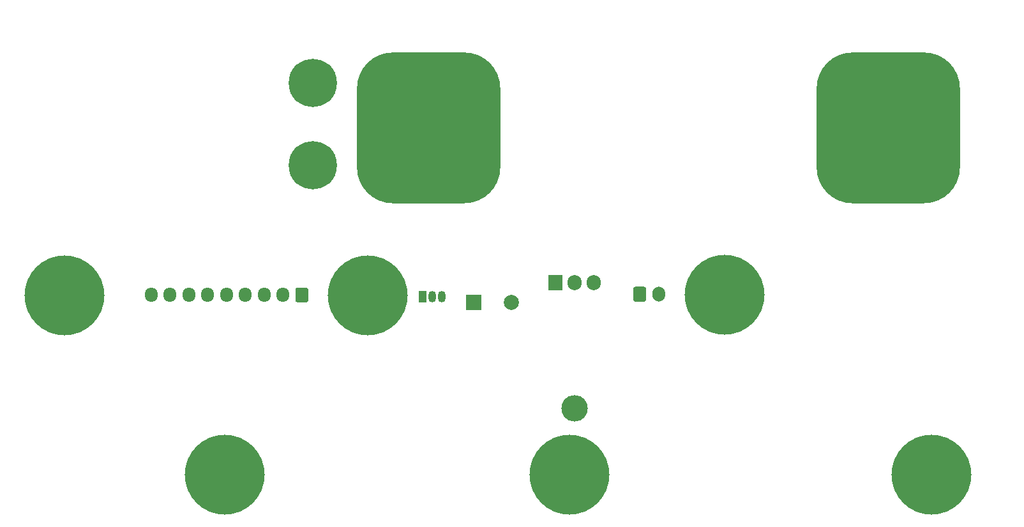
<source format=gbr>
%TF.GenerationSoftware,KiCad,Pcbnew,(5.1.9)-1*%
%TF.CreationDate,2021-02-05T08:05:51+01:00*%
%TF.ProjectId,Spotwelderix,53706f74-7765-46c6-9465-7269782e6b69,rev?*%
%TF.SameCoordinates,Original*%
%TF.FileFunction,Soldermask,Bot*%
%TF.FilePolarity,Negative*%
%FSLAX46Y46*%
G04 Gerber Fmt 4.6, Leading zero omitted, Abs format (unit mm)*
G04 Created by KiCad (PCBNEW (5.1.9)-1) date 2021-02-05 08:05:51*
%MOMM*%
%LPD*%
G01*
G04 APERTURE LIST*
%ADD10O,1.700000X1.950000*%
%ADD11C,0.900000*%
%ADD12C,10.600000*%
%ADD13O,1.905000X2.000000*%
%ADD14R,1.905000X2.000000*%
%ADD15O,3.500000X3.500000*%
%ADD16O,1.700000X2.000000*%
%ADD17C,2.000000*%
%ADD18R,2.000000X2.000000*%
%ADD19C,0.800000*%
%ADD20C,6.400000*%
%ADD21O,1.050000X1.500000*%
%ADD22R,1.050000X1.500000*%
G04 APERTURE END LIST*
D10*
%TO.C,P1*%
X95400000Y-99200000D03*
X97900000Y-99200000D03*
X100400000Y-99200000D03*
X102900000Y-99200000D03*
X105400000Y-99200000D03*
X107900000Y-99200000D03*
X110400000Y-99200000D03*
X112900000Y-99200000D03*
G36*
G01*
X116250000Y-98475000D02*
X116250000Y-99925000D01*
G75*
G02*
X116000000Y-100175000I-250000J0D01*
G01*
X114800000Y-100175000D01*
G75*
G02*
X114550000Y-99925000I0J250000D01*
G01*
X114550000Y-98475000D01*
G75*
G02*
X114800000Y-98225000I250000J0D01*
G01*
X116000000Y-98225000D01*
G75*
G02*
X116250000Y-98475000I0J-250000D01*
G01*
G37*
%TD*%
D11*
%TO.C,H6*%
X174310749Y-96389251D03*
X171500000Y-95225000D03*
X168689251Y-96389251D03*
X167525000Y-99200000D03*
X168689251Y-102010749D03*
X171500000Y-103175000D03*
X174310749Y-102010749D03*
X175475000Y-99200000D03*
D12*
X171500000Y-99200000D03*
%TD*%
D13*
%TO.C,Q10*%
X154080000Y-97600000D03*
X151540000Y-97600000D03*
D14*
X149000000Y-97600000D03*
D15*
X151540000Y-114260000D03*
%TD*%
D16*
%TO.C,J1*%
X162700000Y-99100000D03*
G36*
G01*
X159350000Y-99850000D02*
X159350000Y-98350000D01*
G75*
G02*
X159600000Y-98100000I250000J0D01*
G01*
X160800000Y-98100000D01*
G75*
G02*
X161050000Y-98350000I0J-250000D01*
G01*
X161050000Y-99850000D01*
G75*
G02*
X160800000Y-100100000I-250000J0D01*
G01*
X159600000Y-100100000D01*
G75*
G02*
X159350000Y-99850000I0J250000D01*
G01*
G37*
%TD*%
D17*
%TO.C,C14*%
X143200000Y-100200000D03*
D18*
X138200000Y-100200000D03*
%TD*%
D19*
%TO.C,H7*%
X118537056Y-80322944D03*
X116840000Y-79620000D03*
X115142944Y-80322944D03*
X114440000Y-82020000D03*
X115142944Y-83717056D03*
X116840000Y-84420000D03*
X118537056Y-83717056D03*
X119240000Y-82020000D03*
D20*
X116840000Y-82020000D03*
%TD*%
D19*
%TO.C,H2*%
X118537056Y-69322944D03*
X116840000Y-68620000D03*
X115142944Y-69322944D03*
X114440000Y-71020000D03*
X115142944Y-72717056D03*
X116840000Y-73420000D03*
X118537056Y-72717056D03*
X119240000Y-71020000D03*
D20*
X116840000Y-71020000D03*
%TD*%
D11*
%TO.C,H5*%
X126980749Y-96459251D03*
X124170000Y-95295000D03*
X121359251Y-96459251D03*
X120195000Y-99270000D03*
X121359251Y-102080749D03*
X124170000Y-103245000D03*
X126980749Y-102080749D03*
X128145000Y-99270000D03*
D12*
X124170000Y-99270000D03*
%TD*%
D11*
%TO.C,H4*%
X86710749Y-96459251D03*
X83900000Y-95295000D03*
X81089251Y-96459251D03*
X79925000Y-99270000D03*
X81089251Y-102080749D03*
X83900000Y-103245000D03*
X86710749Y-102080749D03*
X87875000Y-99270000D03*
D12*
X83900000Y-99270000D03*
%TD*%
D11*
%TO.C,H3*%
X153730749Y-120209251D03*
X150920000Y-119045000D03*
X148109251Y-120209251D03*
X146945000Y-123020000D03*
X148109251Y-125830749D03*
X150920000Y-126995000D03*
X153730749Y-125830749D03*
X154895000Y-123020000D03*
D12*
X150920000Y-123020000D03*
%TD*%
D11*
%TO.C,H1*%
X107980749Y-120209251D03*
X105170000Y-119045000D03*
X102359251Y-120209251D03*
X101195000Y-123020000D03*
X102359251Y-125830749D03*
X105170000Y-126995000D03*
X107980749Y-125830749D03*
X109145000Y-123020000D03*
D12*
X105170000Y-123020000D03*
%TD*%
%TO.C,F1*%
G36*
G01*
X202675000Y-71767500D02*
X202675000Y-82272500D01*
G75*
G02*
X197922500Y-87025000I-4752500J0D01*
G01*
X188417500Y-87025000D01*
G75*
G02*
X183665000Y-82272500I0J4752500D01*
G01*
X183665000Y-71767500D01*
G75*
G02*
X188417500Y-67015000I4752500J0D01*
G01*
X197922500Y-67015000D01*
G75*
G02*
X202675000Y-71767500I0J-4752500D01*
G01*
G37*
G36*
G01*
X141715000Y-71767500D02*
X141715000Y-82272500D01*
G75*
G02*
X136962500Y-87025000I-4752500J0D01*
G01*
X127457500Y-87025000D01*
G75*
G02*
X122705000Y-82272500I0J4752500D01*
G01*
X122705000Y-71767500D01*
G75*
G02*
X127457500Y-67015000I4752500J0D01*
G01*
X136962500Y-67015000D01*
G75*
G02*
X141715000Y-71767500I0J-4752500D01*
G01*
G37*
%TD*%
D11*
%TO.C,J4*%
X201730749Y-120209251D03*
X198920000Y-119045000D03*
X196109251Y-120209251D03*
X194945000Y-123020000D03*
X196109251Y-125830749D03*
X198920000Y-126995000D03*
X201730749Y-125830749D03*
X202895000Y-123020000D03*
D12*
X198920000Y-123020000D03*
%TD*%
D21*
%TO.C,U1*%
X132670000Y-99400000D03*
X133940000Y-99400000D03*
D22*
X131400000Y-99400000D03*
%TD*%
M02*

</source>
